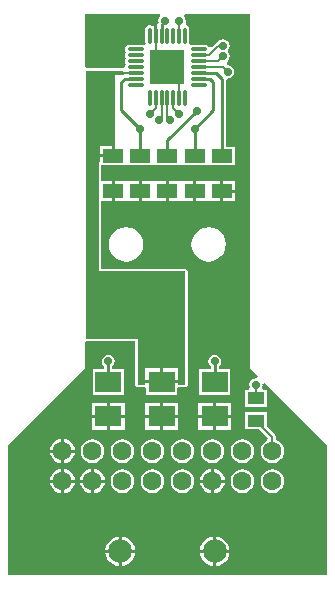
<source format=gtl>
G04*
G04 #@! TF.GenerationSoftware,Altium Limited,Altium Designer,18.0.12 (696)*
G04*
G04 Layer_Physical_Order=1*
G04 Layer_Color=794757*
%FSLAX44Y44*%
%MOMM*%
G71*
G01*
G75*
%ADD10C,0.2500*%
%ADD12C,0.2000*%
%ADD13C,0.2540*%
%ADD25R,1.8000X1.1500*%
%ADD26R,2.2500X1.8000*%
%ADD27R,1.4000X1.0500*%
%ADD28O,0.3000X1.4500*%
%ADD29O,1.4500X0.3000*%
%ADD30R,3.0000X3.0000*%
%ADD31C,1.6000*%
%ADD32C,2.0000*%
%ADD33C,0.7000*%
G36*
X569087Y893000D02*
X569035Y892965D01*
X567819Y891146D01*
X567392Y889000D01*
X567554Y888189D01*
X566939Y887268D01*
X566250Y886891D01*
Y876500D01*
X563750D01*
Y886080D01*
X563439Y886018D01*
X562116Y885134D01*
X562075Y885073D01*
X561366Y885547D01*
X560000Y885819D01*
X558634Y885547D01*
X557477Y884774D01*
X556703Y883616D01*
X556432Y882250D01*
Y870750D01*
X556583Y869989D01*
X556369Y869615D01*
X555385Y868631D01*
X555012Y868417D01*
X554250Y868569D01*
X542750D01*
X541384Y868297D01*
X540227Y867523D01*
X539453Y866366D01*
X539181Y865000D01*
X539453Y863634D01*
X540211Y862500D01*
X539453Y861366D01*
X539181Y860000D01*
X539453Y858634D01*
X540211Y857500D01*
X539453Y856366D01*
X539181Y855000D01*
X539453Y853634D01*
X540211Y852500D01*
X539453Y851366D01*
X539250Y850346D01*
X538893Y849892D01*
X538738Y849745D01*
X537340Y849005D01*
X537267Y849028D01*
X537159Y849018D01*
X537053Y849039D01*
X507000Y849039D01*
X505243Y850432D01*
X505000Y850880D01*
Y895000D01*
X568480D01*
X569087Y893000D01*
D02*
G37*
G36*
X645000Y595000D02*
X651689Y588311D01*
X650704Y586468D01*
X650000Y586608D01*
X647854Y586181D01*
X646035Y584965D01*
X644819Y583146D01*
X644392Y581000D01*
X644819Y578854D01*
X644889Y578750D01*
X643820Y576750D01*
X641000D01*
Y562250D01*
X659000D01*
Y576750D01*
X656181D01*
X655112Y578750D01*
X655181Y578854D01*
X655608Y581000D01*
X655468Y581704D01*
X657311Y582689D01*
X710000Y530000D01*
Y420000D01*
X440000D01*
Y530000D01*
X505000Y595000D01*
Y616120D01*
X506000Y617961D01*
X547961D01*
X547961Y581000D01*
X548116Y580220D01*
X548558Y579558D01*
X549220Y579116D01*
X550000Y578961D01*
X556250D01*
X556750Y578550D01*
Y572500D01*
X583250D01*
Y578550D01*
X583750Y578961D01*
X590000D01*
X590780Y579116D01*
X591442Y579558D01*
X591884Y580220D01*
X592039Y581000D01*
X592039Y677000D01*
X591884Y677780D01*
X591442Y678442D01*
X590780Y678884D01*
X590000Y679039D01*
X519039Y679039D01*
X519039Y736750D01*
X527750D01*
Y745000D01*
Y753250D01*
X519039D01*
X519039Y767250D01*
X540000D01*
Y767250D01*
X541000Y767250D01*
Y767250D01*
X563000D01*
Y767250D01*
X564000Y767250D01*
Y767250D01*
X586000D01*
Y767250D01*
X587000Y767250D01*
Y767250D01*
X609000D01*
Y767250D01*
X610000Y767250D01*
Y767250D01*
X632000D01*
Y782750D01*
X624334D01*
Y838684D01*
X625989Y840381D01*
X626284Y840449D01*
X628146Y840819D01*
X629965Y842035D01*
X631181Y843854D01*
X631608Y846000D01*
X631181Y848146D01*
X629965Y849965D01*
X628146Y851181D01*
X626000Y851608D01*
X625152Y852402D01*
X625213Y854532D01*
X625965Y855035D01*
X627181Y856854D01*
X627608Y859000D01*
X627181Y861146D01*
X625965Y862965D01*
Y864035D01*
X627181Y865854D01*
X627608Y868000D01*
X627181Y870146D01*
X625965Y871965D01*
X624146Y873181D01*
X622000Y873608D01*
X619854Y873181D01*
X618035Y871965D01*
X617341Y870928D01*
X616829Y870826D01*
X615837Y870163D01*
X615837Y870163D01*
X612366Y866692D01*
X610012Y867166D01*
X609773Y867523D01*
X608616Y868297D01*
X607250Y868569D01*
X595750D01*
X594989Y868417D01*
X594615Y868631D01*
X593631Y869615D01*
X593417Y869989D01*
X593569Y870750D01*
Y882250D01*
X593297Y883616D01*
X592523Y884774D01*
X591606Y885387D01*
X590190Y886845D01*
X590336Y887636D01*
X590608Y889000D01*
X590181Y891146D01*
X588965Y892965D01*
X588913Y893000D01*
X589520Y895000D01*
X645000D01*
Y595000D01*
D02*
G37*
G36*
X537660Y846250D02*
X548500D01*
Y843750D01*
X537890D01*
X537053Y843000D01*
X531000D01*
Y783250D01*
X530250D01*
Y775000D01*
X529000D01*
Y773750D01*
X517500D01*
Y770000D01*
X517000D01*
X517000Y677000D01*
X590000Y677000D01*
X590000Y581000D01*
X583750D01*
Y582250D01*
X570000D01*
X556250D01*
Y581000D01*
X550000D01*
X550000Y620000D01*
X506000D01*
X506000Y847000D01*
X537053Y847000D01*
X537660Y846250D01*
D02*
G37*
%LPC*%
G36*
X563500Y753250D02*
X561500Y753250D01*
X553250D01*
Y745000D01*
Y736750D01*
X561500D01*
X563500Y736750D01*
X565500Y736750D01*
X573750D01*
Y745000D01*
Y753250D01*
X565500D01*
X563500Y753250D01*
D02*
G37*
G36*
X622250Y753250D02*
Y746250D01*
X632500D01*
Y753250D01*
X622250D01*
D02*
G37*
G36*
X540500Y753250D02*
X538567Y753250D01*
X530250D01*
Y745000D01*
Y736750D01*
X538500D01*
X540500Y736750D01*
X542433Y736750D01*
X550750D01*
Y745000D01*
Y753250D01*
X542500D01*
X540500Y753250D01*
D02*
G37*
G36*
X576250Y753250D02*
Y745000D01*
Y736750D01*
X586500D01*
Y736750D01*
X596750D01*
Y745000D01*
Y753250D01*
X586500D01*
Y753250D01*
X576250D01*
D02*
G37*
G36*
X632500Y743750D02*
X622250D01*
Y736750D01*
X632500D01*
Y743750D01*
D02*
G37*
G36*
X609500Y753250D02*
X607500Y753250D01*
X599250D01*
Y745000D01*
Y736750D01*
X607500D01*
X609500Y736750D01*
X611500Y736750D01*
X619750D01*
Y745000D01*
Y753250D01*
X611500D01*
X609500Y753250D01*
D02*
G37*
G36*
X610000Y714625D02*
X606215Y714127D01*
X602687Y712666D01*
X599659Y710341D01*
X597334Y707313D01*
X595873Y703785D01*
X595375Y700000D01*
X595873Y696215D01*
X597334Y692687D01*
X599659Y689659D01*
X602687Y687334D01*
X606215Y685873D01*
X610000Y685375D01*
X613785Y685873D01*
X617313Y687334D01*
X620341Y689659D01*
X622666Y692687D01*
X624127Y696215D01*
X624625Y700000D01*
X624127Y703785D01*
X622666Y707313D01*
X620341Y710341D01*
X617313Y712666D01*
X613785Y714127D01*
X610000Y714625D01*
D02*
G37*
G36*
X540000D02*
X536215Y714127D01*
X532687Y712666D01*
X529659Y710341D01*
X527334Y707313D01*
X525873Y703785D01*
X525375Y700000D01*
X525873Y696215D01*
X527334Y692687D01*
X529659Y689659D01*
X532687Y687334D01*
X536215Y685873D01*
X540000Y685375D01*
X543785Y685873D01*
X547313Y687334D01*
X550341Y689659D01*
X552666Y692687D01*
X554127Y696215D01*
X554625Y700000D01*
X554127Y703785D01*
X552666Y707313D01*
X550341Y710341D01*
X547313Y712666D01*
X543785Y714127D01*
X540000Y714625D01*
D02*
G37*
G36*
X615000Y606608D02*
X612854Y606181D01*
X611035Y604965D01*
X609819Y603146D01*
X609392Y601000D01*
X609819Y598854D01*
X611035Y597035D01*
X611686Y596599D01*
Y594500D01*
X601750D01*
Y572500D01*
X628250D01*
Y594500D01*
X618313D01*
Y596599D01*
X618965Y597035D01*
X620181Y598854D01*
X620608Y601000D01*
X620181Y603146D01*
X618965Y604965D01*
X617146Y606181D01*
X615000Y606608D01*
D02*
G37*
G36*
X525000D02*
X522854Y606181D01*
X521035Y604965D01*
X519819Y603146D01*
X519392Y601000D01*
X519819Y598854D01*
X521035Y597035D01*
X521686Y596599D01*
Y594500D01*
X511750D01*
Y572500D01*
X538250D01*
Y594500D01*
X528314D01*
Y596599D01*
X528965Y597035D01*
X530181Y598854D01*
X530608Y601000D01*
X530181Y603146D01*
X528965Y604965D01*
X527146Y606181D01*
X525000Y606608D01*
D02*
G37*
G36*
X583750Y566000D02*
X571250D01*
Y555750D01*
X583750D01*
Y566000D01*
D02*
G37*
G36*
X568750D02*
X556250D01*
Y555750D01*
X568750D01*
Y566000D01*
D02*
G37*
G36*
X628750D02*
X616250D01*
Y555750D01*
X628750D01*
Y566000D01*
D02*
G37*
G36*
X538750D02*
X526250D01*
Y555750D01*
X538750D01*
Y566000D01*
D02*
G37*
G36*
X613750D02*
X601250D01*
Y555750D01*
X613750D01*
Y566000D01*
D02*
G37*
G36*
X523750D02*
X511250D01*
Y555750D01*
X523750D01*
Y566000D01*
D02*
G37*
G36*
X628750Y553250D02*
X616250D01*
Y543000D01*
X628750D01*
Y553250D01*
D02*
G37*
G36*
X613750D02*
X601250D01*
Y543000D01*
X613750D01*
Y553250D01*
D02*
G37*
G36*
X583750Y553250D02*
X571250D01*
Y543000D01*
X583750D01*
Y553250D01*
D02*
G37*
G36*
X568750D02*
X556250D01*
Y543000D01*
X568750D01*
Y553250D01*
D02*
G37*
G36*
X538750Y553250D02*
X526250D01*
Y543000D01*
X538750D01*
Y553250D01*
D02*
G37*
G36*
X523750D02*
X511250D01*
Y543000D01*
X523750D01*
Y553250D01*
D02*
G37*
G36*
X487350Y535326D02*
Y526150D01*
X496526D01*
X496330Y527641D01*
X495272Y530195D01*
X493589Y532389D01*
X491396Y534072D01*
X488841Y535130D01*
X487350Y535326D01*
D02*
G37*
G36*
X484850D02*
X483359Y535130D01*
X480805Y534072D01*
X478612Y532389D01*
X476929Y530195D01*
X475871Y527641D01*
X475674Y526150D01*
X484850D01*
Y535326D01*
D02*
G37*
G36*
X659000Y557750D02*
X641000D01*
Y543250D01*
X652924D01*
X659930Y536244D01*
X659485Y533895D01*
X658857Y533635D01*
X656768Y532032D01*
X655165Y529943D01*
X654158Y527510D01*
X653814Y524900D01*
X654158Y522290D01*
X655165Y519857D01*
X656768Y517768D01*
X658857Y516165D01*
X661290Y515157D01*
X663900Y514814D01*
X666511Y515157D01*
X668943Y516165D01*
X671032Y517768D01*
X672635Y519857D01*
X673643Y522290D01*
X673987Y524900D01*
X673643Y527510D01*
X672635Y529943D01*
X671032Y532032D01*
X668943Y533635D01*
X666959Y534457D01*
Y536600D01*
X666726Y537770D01*
X666063Y538763D01*
X659000Y545826D01*
Y557750D01*
D02*
G37*
G36*
X638500Y534986D02*
X635890Y534643D01*
X633457Y533635D01*
X631368Y532032D01*
X629765Y529943D01*
X628758Y527510D01*
X628414Y524900D01*
X628758Y522290D01*
X629765Y519857D01*
X631368Y517768D01*
X633457Y516165D01*
X635890Y515157D01*
X638500Y514814D01*
X641111Y515157D01*
X643543Y516165D01*
X645632Y517768D01*
X647235Y519857D01*
X648243Y522290D01*
X648587Y524900D01*
X648243Y527510D01*
X647235Y529943D01*
X645632Y532032D01*
X643543Y533635D01*
X641111Y534643D01*
X638500Y534986D01*
D02*
G37*
G36*
X613100D02*
X610490Y534643D01*
X608057Y533635D01*
X605968Y532032D01*
X604365Y529943D01*
X603358Y527510D01*
X603014Y524900D01*
X603358Y522290D01*
X604365Y519857D01*
X605968Y517768D01*
X608057Y516165D01*
X610490Y515157D01*
X613100Y514814D01*
X615711Y515157D01*
X618143Y516165D01*
X620232Y517768D01*
X621835Y519857D01*
X622843Y522290D01*
X623186Y524900D01*
X622843Y527510D01*
X621835Y529943D01*
X620232Y532032D01*
X618143Y533635D01*
X615711Y534643D01*
X613100Y534986D01*
D02*
G37*
G36*
X587700D02*
X585090Y534643D01*
X582657Y533635D01*
X580568Y532032D01*
X578965Y529943D01*
X577958Y527510D01*
X577614Y524900D01*
X577958Y522290D01*
X578965Y519857D01*
X580568Y517768D01*
X582657Y516165D01*
X585090Y515157D01*
X587700Y514814D01*
X590311Y515157D01*
X592743Y516165D01*
X594832Y517768D01*
X596435Y519857D01*
X597443Y522290D01*
X597786Y524900D01*
X597443Y527510D01*
X596435Y529943D01*
X594832Y532032D01*
X592743Y533635D01*
X590311Y534643D01*
X587700Y534986D01*
D02*
G37*
G36*
X562300D02*
X559690Y534643D01*
X557257Y533635D01*
X555168Y532032D01*
X553565Y529943D01*
X552558Y527510D01*
X552214Y524900D01*
X552558Y522290D01*
X553565Y519857D01*
X555168Y517768D01*
X557257Y516165D01*
X559690Y515157D01*
X562300Y514814D01*
X564911Y515157D01*
X567343Y516165D01*
X569432Y517768D01*
X571035Y519857D01*
X572043Y522290D01*
X572387Y524900D01*
X572043Y527510D01*
X571035Y529943D01*
X569432Y532032D01*
X567343Y533635D01*
X564911Y534643D01*
X562300Y534986D01*
D02*
G37*
G36*
X536900D02*
X534290Y534643D01*
X531857Y533635D01*
X529768Y532032D01*
X528165Y529943D01*
X527158Y527510D01*
X526814Y524900D01*
X527158Y522290D01*
X528165Y519857D01*
X529768Y517768D01*
X531857Y516165D01*
X534290Y515157D01*
X536900Y514814D01*
X539511Y515157D01*
X541943Y516165D01*
X544032Y517768D01*
X545635Y519857D01*
X546643Y522290D01*
X546987Y524900D01*
X546643Y527510D01*
X545635Y529943D01*
X544032Y532032D01*
X541943Y533635D01*
X539511Y534643D01*
X536900Y534986D01*
D02*
G37*
G36*
X511500D02*
X508890Y534643D01*
X506457Y533635D01*
X504368Y532032D01*
X502765Y529943D01*
X501758Y527510D01*
X501414Y524900D01*
X501758Y522290D01*
X502765Y519857D01*
X504368Y517768D01*
X506457Y516165D01*
X508890Y515157D01*
X511500Y514814D01*
X514111Y515157D01*
X516543Y516165D01*
X518632Y517768D01*
X520235Y519857D01*
X521243Y522290D01*
X521586Y524900D01*
X521243Y527510D01*
X520235Y529943D01*
X518632Y532032D01*
X516543Y533635D01*
X514111Y534643D01*
X511500Y534986D01*
D02*
G37*
G36*
X496526Y523650D02*
X487350D01*
Y514474D01*
X488841Y514670D01*
X491396Y515728D01*
X493589Y517411D01*
X495272Y519605D01*
X496330Y522159D01*
X496526Y523650D01*
D02*
G37*
G36*
X484850D02*
X475674D01*
X475871Y522159D01*
X476929Y519605D01*
X478612Y517411D01*
X480805Y515728D01*
X483359Y514670D01*
X484850Y514474D01*
Y523650D01*
D02*
G37*
G36*
X512750Y509926D02*
Y500750D01*
X521926D01*
X521730Y502241D01*
X520672Y504795D01*
X518989Y506989D01*
X516796Y508672D01*
X514241Y509730D01*
X512750Y509926D01*
D02*
G37*
G36*
X614350D02*
Y500750D01*
X623526D01*
X623330Y502241D01*
X622272Y504795D01*
X620589Y506989D01*
X618396Y508672D01*
X615841Y509730D01*
X614350Y509926D01*
D02*
G37*
G36*
X487350D02*
Y500750D01*
X496526D01*
X496330Y502241D01*
X495272Y504795D01*
X493589Y506989D01*
X491396Y508672D01*
X488841Y509730D01*
X487350Y509926D01*
D02*
G37*
G36*
X510250D02*
X508759Y509730D01*
X506205Y508672D01*
X504012Y506989D01*
X502329Y504795D01*
X501270Y502241D01*
X501074Y500750D01*
X510250D01*
Y509926D01*
D02*
G37*
G36*
X484850D02*
X483359Y509730D01*
X480805Y508672D01*
X478612Y506989D01*
X476929Y504795D01*
X475871Y502241D01*
X475674Y500750D01*
X484850D01*
Y509926D01*
D02*
G37*
G36*
X611850D02*
X610359Y509730D01*
X607805Y508672D01*
X605612Y506989D01*
X603929Y504795D01*
X602870Y502241D01*
X602674Y500750D01*
X611850D01*
Y509926D01*
D02*
G37*
G36*
X663900Y509586D02*
X661290Y509243D01*
X658857Y508235D01*
X656768Y506632D01*
X655165Y504543D01*
X654158Y502110D01*
X653814Y499500D01*
X654158Y496889D01*
X655165Y494457D01*
X656768Y492368D01*
X658857Y490765D01*
X661290Y489757D01*
X663900Y489414D01*
X666511Y489757D01*
X668943Y490765D01*
X671032Y492368D01*
X672635Y494457D01*
X673643Y496889D01*
X673987Y499500D01*
X673643Y502110D01*
X672635Y504543D01*
X671032Y506632D01*
X668943Y508235D01*
X666511Y509243D01*
X663900Y509586D01*
D02*
G37*
G36*
X638500D02*
X635890Y509243D01*
X633457Y508235D01*
X631368Y506632D01*
X629765Y504543D01*
X628758Y502110D01*
X628414Y499500D01*
X628758Y496889D01*
X629765Y494457D01*
X631368Y492368D01*
X633457Y490765D01*
X635890Y489757D01*
X638500Y489414D01*
X641111Y489757D01*
X643543Y490765D01*
X645632Y492368D01*
X647235Y494457D01*
X648243Y496889D01*
X648587Y499500D01*
X648243Y502110D01*
X647235Y504543D01*
X645632Y506632D01*
X643543Y508235D01*
X641111Y509243D01*
X638500Y509586D01*
D02*
G37*
G36*
X587700D02*
X585090Y509243D01*
X582657Y508235D01*
X580568Y506632D01*
X578965Y504543D01*
X577958Y502110D01*
X577614Y499500D01*
X577958Y496889D01*
X578965Y494457D01*
X580568Y492368D01*
X582657Y490765D01*
X585090Y489757D01*
X587700Y489414D01*
X590311Y489757D01*
X592743Y490765D01*
X594832Y492368D01*
X596435Y494457D01*
X597443Y496889D01*
X597786Y499500D01*
X597443Y502110D01*
X596435Y504543D01*
X594832Y506632D01*
X592743Y508235D01*
X590311Y509243D01*
X587700Y509586D01*
D02*
G37*
G36*
X562300D02*
X559690Y509243D01*
X557257Y508235D01*
X555168Y506632D01*
X553565Y504543D01*
X552558Y502110D01*
X552214Y499500D01*
X552558Y496889D01*
X553565Y494457D01*
X555168Y492368D01*
X557257Y490765D01*
X559690Y489757D01*
X562300Y489414D01*
X564911Y489757D01*
X567343Y490765D01*
X569432Y492368D01*
X571035Y494457D01*
X572043Y496889D01*
X572387Y499500D01*
X572043Y502110D01*
X571035Y504543D01*
X569432Y506632D01*
X567343Y508235D01*
X564911Y509243D01*
X562300Y509586D01*
D02*
G37*
G36*
X536900D02*
X534290Y509243D01*
X531857Y508235D01*
X529768Y506632D01*
X528165Y504543D01*
X527158Y502110D01*
X526814Y499500D01*
X527158Y496889D01*
X528165Y494457D01*
X529768Y492368D01*
X531857Y490765D01*
X534290Y489757D01*
X536900Y489414D01*
X539511Y489757D01*
X541943Y490765D01*
X544032Y492368D01*
X545635Y494457D01*
X546643Y496889D01*
X546987Y499500D01*
X546643Y502110D01*
X545635Y504543D01*
X544032Y506632D01*
X541943Y508235D01*
X539511Y509243D01*
X536900Y509586D01*
D02*
G37*
G36*
X623526Y498250D02*
X614350D01*
Y489074D01*
X615841Y489270D01*
X618396Y490328D01*
X620589Y492011D01*
X622272Y494205D01*
X623330Y496759D01*
X623526Y498250D01*
D02*
G37*
G36*
X521926D02*
X512750D01*
Y489074D01*
X514241Y489270D01*
X516796Y490328D01*
X518989Y492011D01*
X520672Y494205D01*
X521730Y496759D01*
X521926Y498250D01*
D02*
G37*
G36*
X496526D02*
X487350D01*
Y489074D01*
X488841Y489270D01*
X491396Y490328D01*
X493589Y492011D01*
X495272Y494205D01*
X496330Y496759D01*
X496526Y498250D01*
D02*
G37*
G36*
X611850D02*
X602674D01*
X602870Y496759D01*
X603929Y494205D01*
X605612Y492011D01*
X607805Y490328D01*
X610359Y489270D01*
X611850Y489074D01*
Y498250D01*
D02*
G37*
G36*
X510250D02*
X501074D01*
X501270Y496759D01*
X502329Y494205D01*
X504012Y492011D01*
X506205Y490328D01*
X508759Y489270D01*
X510250Y489074D01*
Y498250D01*
D02*
G37*
G36*
X484850D02*
X475674D01*
X475871Y496759D01*
X476929Y494205D01*
X478612Y492011D01*
X480805Y490328D01*
X483359Y489270D01*
X484850Y489074D01*
Y498250D01*
D02*
G37*
G36*
X616250Y452443D02*
Y441250D01*
X627443D01*
X627178Y443263D01*
X625919Y446304D01*
X623915Y448915D01*
X621304Y450919D01*
X618263Y452178D01*
X616250Y452443D01*
D02*
G37*
G36*
X613750D02*
X611737Y452178D01*
X608696Y450919D01*
X606085Y448915D01*
X604081Y446304D01*
X602822Y443263D01*
X602557Y441250D01*
X613750D01*
Y452443D01*
D02*
G37*
G36*
X536250D02*
Y441250D01*
X547443D01*
X547178Y443263D01*
X545919Y446304D01*
X543915Y448915D01*
X541304Y450919D01*
X538263Y452178D01*
X536250Y452443D01*
D02*
G37*
G36*
X533750D02*
X531737Y452178D01*
X528696Y450919D01*
X526085Y448915D01*
X524081Y446304D01*
X522822Y443263D01*
X522557Y441250D01*
X533750D01*
Y452443D01*
D02*
G37*
G36*
X627443Y438750D02*
X616250D01*
Y427557D01*
X618263Y427822D01*
X621304Y429081D01*
X623915Y431085D01*
X625919Y433696D01*
X627178Y436737D01*
X627443Y438750D01*
D02*
G37*
G36*
X613750D02*
X602557D01*
X602822Y436737D01*
X604081Y433696D01*
X606085Y431085D01*
X608696Y429081D01*
X611737Y427822D01*
X613750Y427557D01*
Y438750D01*
D02*
G37*
G36*
X547443D02*
X536250D01*
Y427557D01*
X538263Y427822D01*
X541304Y429081D01*
X543915Y431085D01*
X545919Y433696D01*
X547178Y436737D01*
X547443Y438750D01*
D02*
G37*
G36*
X533750D02*
X522557D01*
X522822Y436737D01*
X524081Y433696D01*
X526085Y431085D01*
X528696Y429081D01*
X531737Y427822D01*
X533750Y427557D01*
Y438750D01*
D02*
G37*
G36*
X527750Y783250D02*
X517500D01*
Y776250D01*
X527750D01*
Y783250D01*
D02*
G37*
G36*
X583750Y595000D02*
X571250D01*
Y584750D01*
X583750D01*
Y595000D01*
D02*
G37*
G36*
X568750D02*
X556250D01*
Y584750D01*
X568750D01*
Y595000D01*
D02*
G37*
%LPD*%
D10*
X601500Y845001D02*
X616000D01*
X618000Y843000D01*
X611000Y840000D02*
X614000Y837000D01*
X601500Y840000D02*
X611000D01*
X570000Y886000D02*
X573000Y889000D01*
X570000Y876500D02*
Y886000D01*
X615000Y601000D02*
X615000Y601000D01*
X615000Y583500D02*
Y601000D01*
X525000D02*
X525000Y601000D01*
X525000Y583500D02*
Y601000D01*
X598000Y798000D02*
X614000Y814000D01*
X598000Y775000D02*
Y798000D01*
X614000Y814000D02*
Y837000D01*
X536000Y837000D02*
X539000Y840000D01*
X536000Y814000D02*
Y837000D01*
Y814000D02*
X552000Y798000D01*
Y775000D02*
Y798000D01*
X539000Y840000D02*
X548500D01*
D12*
X622000Y850000D02*
X626000Y846000D01*
X601500Y850000D02*
X622000D01*
X575000D02*
X585000Y840000D01*
Y823500D02*
Y840000D01*
X565000Y860000D02*
Y876500D01*
Y860000D02*
X575000Y850000D01*
X585000Y876500D02*
Y889000D01*
X585000Y876500D02*
X585000Y876500D01*
X618000Y855000D02*
X622000Y859000D01*
X650000Y569500D02*
Y581000D01*
Y550500D02*
X663900Y536600D01*
Y524900D02*
Y536600D01*
X618000Y868000D02*
X622000D01*
X610000Y860000D02*
X618000Y868000D01*
X601500Y860000D02*
X610000D01*
X601500Y855000D02*
X618000D01*
X580000Y815000D02*
X585000Y810000D01*
X575000Y807500D02*
X577500Y805000D01*
X565000Y815000D02*
Y823500D01*
X560000Y810000D02*
X565000Y815000D01*
X567500Y805000D02*
X570000Y807500D01*
Y823500D01*
X575000Y807500D02*
Y823500D01*
X580000Y815000D02*
Y823500D01*
D13*
X618000Y843000D02*
X621000Y840000D01*
Y775000D02*
Y840000D01*
X575000Y788000D02*
X600000Y813000D01*
X575000Y775000D02*
Y788000D01*
D25*
Y775000D02*
D03*
Y745000D02*
D03*
X552000Y775000D02*
D03*
Y745000D02*
D03*
X621000Y745000D02*
D03*
Y775000D02*
D03*
X529000Y775000D02*
D03*
Y745000D02*
D03*
X598000Y745000D02*
D03*
Y775000D02*
D03*
D26*
X615000Y583500D02*
D03*
Y554500D02*
D03*
X570000Y583500D02*
D03*
Y554500D02*
D03*
X525000D02*
D03*
Y583500D02*
D03*
D27*
X650000Y550500D02*
D03*
Y569500D02*
D03*
D28*
X590000Y823500D02*
D03*
X585000D02*
D03*
X580000D02*
D03*
X575000D02*
D03*
X570000D02*
D03*
X565000D02*
D03*
X560000D02*
D03*
Y876500D02*
D03*
X565000D02*
D03*
X570000D02*
D03*
X575000D02*
D03*
X580000D02*
D03*
X585000D02*
D03*
X590000D02*
D03*
D29*
X548500Y835000D02*
D03*
Y840000D02*
D03*
Y845000D02*
D03*
Y850000D02*
D03*
Y855000D02*
D03*
Y860000D02*
D03*
Y865000D02*
D03*
X601500D02*
D03*
Y860000D02*
D03*
Y855000D02*
D03*
Y850000D02*
D03*
Y845000D02*
D03*
Y840000D02*
D03*
Y835000D02*
D03*
D30*
X575000Y850000D02*
D03*
D31*
X562300Y524900D02*
D03*
Y499500D02*
D03*
X587700Y524900D02*
D03*
Y499500D02*
D03*
X613100Y524900D02*
D03*
Y499500D02*
D03*
X638500D02*
D03*
Y524900D02*
D03*
X663900Y499500D02*
D03*
Y524900D02*
D03*
X486100D02*
D03*
Y499500D02*
D03*
X511500D02*
D03*
Y524900D02*
D03*
X536900Y499500D02*
D03*
Y524900D02*
D03*
D32*
X615000Y440000D02*
D03*
X535000D02*
D03*
D33*
X626000Y846000D02*
D03*
X635929Y554500D02*
D03*
X619000Y731000D02*
D03*
X585000Y889000D02*
D03*
X573000D02*
D03*
X615000Y601000D02*
D03*
X545000Y554500D02*
D03*
X598000Y731000D02*
D03*
X529000Y731000D02*
D03*
X552000Y731000D02*
D03*
X622000Y859000D02*
D03*
X650000Y581000D02*
D03*
X622000Y868000D02*
D03*
X525000Y601000D02*
D03*
X600000Y813000D02*
D03*
X585000Y810000D02*
D03*
X577500Y805000D02*
D03*
X598000Y798000D02*
D03*
X560000Y810000D02*
D03*
X567500Y805000D02*
D03*
X552000Y798000D02*
D03*
X565000Y840000D02*
D03*
X585000D02*
D03*
Y860000D02*
D03*
X565000D02*
D03*
X575000Y850000D02*
D03*
M02*

</source>
